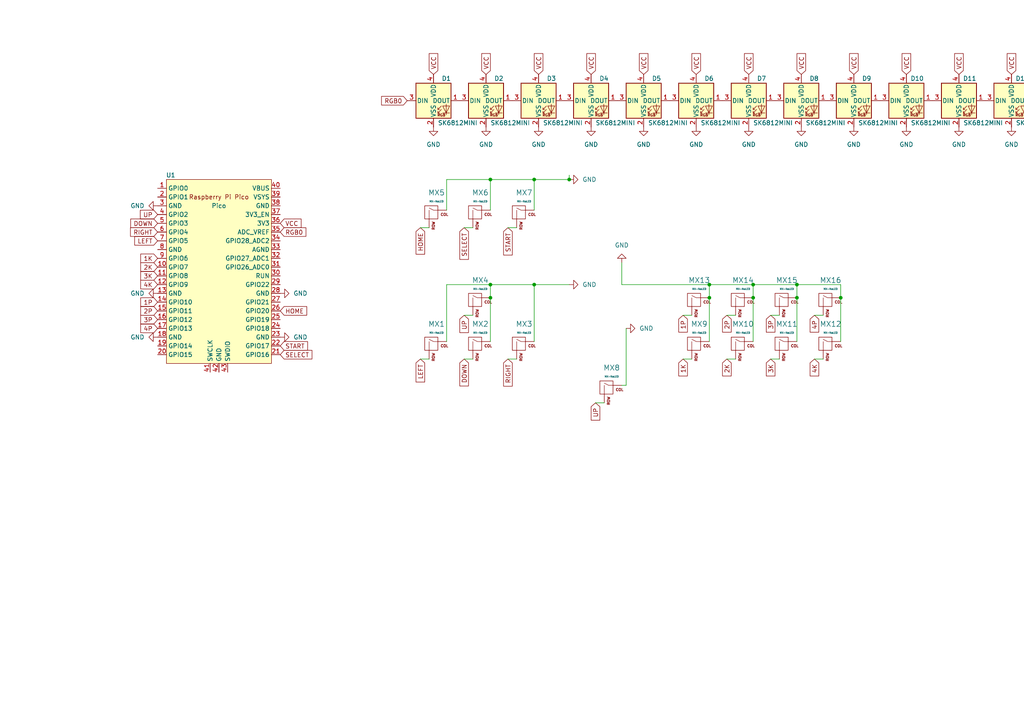
<source format=kicad_sch>
(kicad_sch (version 20230121) (generator eeschema)
  (paper "A4")
  (lib_symbols
    (symbol "LED:SK6812MINI" (pin_names (offset 0.254))
      (property "Reference" "D" (at 5.08 5.715 0))
      (property "Value" "SK6812MINI" (at 1.27 -5.715 0))
      (symbol "SK6812MINI_0_0"
        (text "RGB" (at 2.286 -4.191 0) (effects (font (size 0.762 0.762))))
      )
      (symbol "SK6812MINI_0_1"
        (polyline (pts (xy 1.27 -3.556) (xy 1.778 -3.556)))
        (polyline (pts (xy 1.27 -2.54) (xy 1.778 -2.54)))
        (polyline (pts (xy 4.699 -3.556) (xy 2.667 -3.556)))
        (polyline (pts (xy 2.286 -2.54) (xy 1.27 -3.556) (xy 1.27 -3.048)))
        (polyline (pts (xy 2.286 -1.524) (xy 1.27 -2.54) (xy 1.27 -2.032)))
        (polyline (pts (xy 3.683 -1.016) (xy 3.683 -3.556) (xy 3.683 -4.064)))
        (polyline (pts (xy 4.699 -1.524) (xy 2.667 -1.524) (xy 3.683 -3.556) (xy 4.699 -1.524)))
        (rectangle (start 5.08 5.08) (end -5.08 -5.08) (stroke (width 0.254)) (fill (type background)))
      )
      (symbol "SK6812MINI_1_1"
        (pin output line (at 7.62 0 180) (length 2.54) (name "DOUT") (number "1"))
        (pin power_in line (at 0 -7.62 90) (length 2.54) (name "VSS") (number "2"))
        (pin input line (at -7.62 0 0) (length 2.54) (name "DIN") (number "3"))
        (pin power_in line (at 0 7.62 270) (length 2.54) (name "VDD") (number "4"))
      )
    )
    (symbol "MCU_RaspberryPi_and_Boards:Pico"
      (property "Reference" "U" (at -13.97 27.94 0))
      (property "Value" "Pico" (at 0 19.05 0))
      (symbol "Pico_0_0"
        (text "Raspberry Pi Pico" (at 0 21.59 0) (effects (font (size 1.27 1.27))))
      )
      (symbol "Pico_0_1"
        (rectangle (start -15.24 26.67) (end 15.24 -26.67) (fill (type background)))
      )
      (symbol "Pico_1_1"
        (pin bidirectional line (at -17.78 24.13 0) (length 2.54) (name "GPIO0") (number "1"))
        (pin bidirectional line (at -17.78 1.27 0) (length 2.54) (name "GPIO7") (number "10"))
        (pin bidirectional line (at -17.78 -1.27 0) (length 2.54) (name "GPIO8") (number "11"))
        (pin bidirectional line (at -17.78 -3.81 0) (length 2.54) (name "GPIO9") (number "12"))
        (pin power_in line (at -17.78 -6.35 0) (length 2.54) (name "GND") (number "13"))
        (pin bidirectional line (at -17.78 -8.89 0) (length 2.54) (name "GPIO10") (number "14"))
        (pin bidirectional line (at -17.78 -11.43 0) (length 2.54) (name "GPIO11") (number "15"))
        (pin bidirectional line (at -17.78 -13.97 0) (length 2.54) (name "GPIO12") (number "16"))
        (pin bidirectional line (at -17.78 -16.51 0) (length 2.54) (name "GPIO13") (number "17"))
        (pin power_in line (at -17.78 -19.05 0) (length 2.54) (name "GND") (number "18"))
        (pin bidirectional line (at -17.78 -21.59 0) (length 2.54) (name "GPIO14") (number "19"))
        (pin bidirectional line (at -17.78 21.59 0) (length 2.54) (name "GPIO1") (number "2"))
        (pin bidirectional line (at -17.78 -24.13 0) (length 2.54) (name "GPIO15") (number "20"))
        (pin bidirectional line (at 17.78 -24.13 180) (length 2.54) (name "GPIO16") (number "21"))
        (pin bidirectional line (at 17.78 -21.59 180) (length 2.54) (name "GPIO17") (number "22"))
        (pin power_in line (at 17.78 -19.05 180) (length 2.54) (name "GND") (number "23"))
        (pin bidirectional line (at 17.78 -16.51 180) (length 2.54) (name "GPIO18") (number "24"))
        (pin bidirectional line (at 17.78 -13.97 180) (length 2.54) (name "GPIO19") (number "25"))
        (pin bidirectional line (at 17.78 -11.43 180) (length 2.54) (name "GPIO20") (number "26"))
        (pin bidirectional line (at 17.78 -8.89 180) (length 2.54) (name "GPIO21") (number "27"))
        (pin power_in line (at 17.78 -6.35 180) (length 2.54) (name "GND") (number "28"))
        (pin bidirectional line (at 17.78 -3.81 180) (length 2.54) (name "GPIO22") (number "29"))
        (pin power_in line (at -17.78 19.05 0) (length 2.54) (name "GND") (number "3"))
        (pin input line (at 17.78 -1.27 180) (length 2.54) (name "RUN") (number "30"))
        (pin bidirectional line (at 17.78 1.27 180) (length 2.54) (name "GPIO26_ADC0") (number "31"))
        (pin bidirectional line (at 17.78 3.81 180) (length 2.54) (name "GPIO27_ADC1") (number "32"))
        (pin power_in line (at 17.78 6.35 180) (length 2.54) (name "AGND") (number "33"))
        (pin bidirectional line (at 17.78 8.89 180) (length 2.54) (name "GPIO28_ADC2") (number "34"))
        (pin power_in line (at 17.78 11.43 180) (length 2.54) (name "ADC_VREF") (number "35"))
        (pin power_in line (at 17.78 13.97 180) (length 2.54) (name "3V3") (number "36"))
        (pin input line (at 17.78 16.51 180) (length 2.54) (name "3V3_EN") (number "37"))
        (pin bidirectional line (at 17.78 19.05 180) (length 2.54) (name "GND") (number "38"))
        (pin power_in line (at 17.78 21.59 180) (length 2.54) (name "VSYS") (number "39"))
        (pin bidirectional line (at -17.78 16.51 0) (length 2.54) (name "GPIO2") (number "4"))
        (pin power_in line (at 17.78 24.13 180) (length 2.54) (name "VBUS") (number "40"))
        (pin input line (at -2.54 -29.21 90) (length 2.54) (name "SWCLK") (number "41"))
        (pin power_in line (at 0 -29.21 90) (length 2.54) (name "GND") (number "42"))
        (pin bidirectional line (at 2.54 -29.21 90) (length 2.54) (name "SWDIO") (number "43"))
        (pin bidirectional line (at -17.78 13.97 0) (length 2.54) (name "GPIO3") (number "5"))
        (pin bidirectional line (at -17.78 11.43 0) (length 2.54) (name "GPIO4") (number "6"))
        (pin bidirectional line (at -17.78 8.89 0) (length 2.54) (name "GPIO5") (number "7"))
        (pin power_in line (at -17.78 6.35 0) (length 2.54) (name "GND") (number "8"))
        (pin bidirectional line (at -17.78 3.81 0) (length 2.54) (name "GPIO6") (number "9"))
      )
    )
    (symbol "MX_Alps_Hybrid:MX-NoLED" (pin_names (offset 1.016))
      (property "Reference" "MX" (at -0.635 3.81 0))
      (property "Value" "MX-NoLED" (at -0.635 1.27 0))
      (symbol "MX-NoLED_0_0"
        (rectangle (start -2.54 2.54) (end 1.27 -1.27))
        (polyline (pts (xy -1.27 -1.27) (xy -1.27 1.27)) (stroke (width 0.127)))
        (polyline (pts (xy 1.27 1.27) (xy 0 1.27) (xy -1.27 1.905)) (stroke (width 0.127)))
        (text "COL" (at 3.175 0 0) (effects (font (size 0.762 0.762))))
        (text "ROW" (at 0 -1.905 900) (effects (font (size 0.762 0.762)) (justify right)))
      )
      (symbol "MX-NoLED_1_1"
        (pin passive line (at 3.81 1.27 180) (length 2.54) (name "COL") (number "1"))
        (pin passive line (at -1.27 -3.81 90) (length 2.54) (name "ROW") (number "2"))
      )
    )
    (symbol "power:GND" (power) (pin_names (offset 0))
      (property "Value" "GND" (at 0 -3.81 0))
      (symbol "GND_0_1"
        (polyline (pts (xy 0 0) (xy 0 -1.27) (xy 1.27 -1.27) (xy 0 -2.54) (xy -1.27 -1.27) (xy 0 -1.27)))
      )
      (symbol "GND_1_1"
        (pin power_in line (at 0 0 270) (length 0) hide (name "GND") (number "1"))
      )
    )
  )
  (junction (at 154.94 52.07))
  (junction (at 231.14 82.55))
  (junction (at 205.74 86.36))
  (junction (at 205.74 82.55))
  (junction (at 231.14 86.36))
  (junction (at 218.44 82.55))
  (junction (at 218.44 86.36))
  (junction (at 165.1 52.07))
  (junction (at 142.24 82.55))
  (junction (at 142.24 52.07))
  (junction (at 243.84 86.36))
  (junction (at 142.24 86.36))
  (junction (at 154.94 82.55))
  (wire (pts (xy 142.24 82.55) (xy 154.94 82.55)))
  (wire (pts (xy 231.14 82.55) (xy 231.14 86.36)))
  (wire (pts (xy 210.82 91.44) (xy 213.36 91.44)))
  (wire (pts (xy 210.82 104.14) (xy 213.36 104.14)))
  (wire (pts (xy 180.34 76.2) (xy 180.34 82.55)))
  (wire (pts (xy 205.74 82.55) (xy 218.44 82.55)))
  (wire (pts (xy 218.44 86.36) (xy 218.44 99.06)))
  (wire (pts (xy 129.54 82.55) (xy 142.24 82.55)))
  (wire (pts (xy 218.44 82.55) (xy 218.44 86.36)))
  (wire (pts (xy 154.94 52.07) (xy 165.1 52.07)))
  (wire (pts (xy 129.54 52.07) (xy 142.24 52.07)))
  (wire (pts (xy 236.22 104.14) (xy 238.76 104.14)))
  (wire (pts (xy 142.24 82.55) (xy 142.24 86.36)))
  (wire (pts (xy 223.52 104.14) (xy 226.06 104.14)))
  (wire (pts (xy 147.32 66.04) (xy 149.86 66.04)))
  (wire (pts (xy 223.52 91.44) (xy 226.06 91.44)))
  (wire (pts (xy 180.34 111.76) (xy 181.61 111.76)))
  (wire (pts (xy 165.1 52.07) (xy 165.1 50.8)))
  (wire (pts (xy 129.54 82.55) (xy 129.54 99.06)))
  (wire (pts (xy 180.34 82.55) (xy 205.74 82.55)))
  (wire (pts (xy 205.74 86.36) (xy 205.74 99.06)))
  (wire (pts (xy 134.62 104.14) (xy 137.16 104.14)))
  (wire (pts (xy 134.62 91.44) (xy 137.16 91.44)))
  (wire (pts (xy 154.94 52.07) (xy 154.94 60.96)))
  (wire (pts (xy 142.24 60.96) (xy 142.24 52.07)))
  (wire (pts (xy 231.14 86.36) (xy 231.14 99.06)))
  (wire (pts (xy 154.94 82.55) (xy 165.1 82.55)))
  (wire (pts (xy 236.22 91.44) (xy 238.76 91.44)))
  (wire (pts (xy 121.92 104.14) (xy 124.46 104.14)))
  (wire (pts (xy 231.14 82.55) (xy 243.84 82.55)))
  (wire (pts (xy 154.94 82.55) (xy 154.94 99.06)))
  (wire (pts (xy 129.54 60.96) (xy 129.54 52.07)))
  (wire (pts (xy 198.12 104.14) (xy 200.66 104.14)))
  (wire (pts (xy 198.12 91.44) (xy 200.66 91.44)))
  (wire (pts (xy 142.24 52.07) (xy 154.94 52.07)))
  (wire (pts (xy 172.72 116.84) (xy 175.26 116.84)))
  (wire (pts (xy 218.44 82.55) (xy 231.14 82.55)))
  (wire (pts (xy 181.61 95.25) (xy 181.61 111.76)))
  (wire (pts (xy 142.24 86.36) (xy 142.24 99.06)))
  (wire (pts (xy 147.32 104.14) (xy 149.86 104.14)))
  (wire (pts (xy 243.84 86.36) (xy 243.84 99.06)))
  (wire (pts (xy 205.74 82.55) (xy 205.74 86.36)))
  (wire (pts (xy 243.84 82.55) (xy 243.84 86.36)))
  (wire (pts (xy 121.92 66.04) (xy 124.46 66.04)))
  (wire (pts (xy 134.62 66.04) (xy 137.16 66.04)))
  (global_label "DOWN" (shape input) (at 134.62 104.14 270) (property "Intersheetrefs" "${INTERSHEET_REFS}" (effects hide)))
  (global_label "RIGHT" (shape input) (at 147.32 104.14 270) (property "Intersheetrefs" "${INTERSHEET_REFS}" (effects hide)))
  (global_label "RGB0" (shape input) (at 118.11 29.21 180) (property "Intersheetrefs" "${INTERSHEET_REFS}" (effects hide)))
  (global_label "3P" (shape input) (at 45.72 92.71 180) (property "Intersheetrefs" "${INTERSHEET_REFS}" (effects hide)))
  (global_label "VCC" (shape input) (at 201.93 21.59 90) (property "Intersheetrefs" "${INTERSHEET_REFS}" (effects hide)))
  (global_label "START" (shape input) (at 81.28 100.33 0) (property "Intersheetrefs" "${INTERSHEET_REFS}" (effects hide)))
  (global_label "DOWN" (shape input) (at 45.72 64.77 180) (property "Intersheetrefs" "${INTERSHEET_REFS}" (effects hide)))
  (global_label "2K" (shape input) (at 45.72 77.47 180) (property "Intersheetrefs" "${INTERSHEET_REFS}" (effects hide)))
  (global_label "VCC" (shape input) (at 308.61 21.59 90) (property "Intersheetrefs" "${INTERSHEET_REFS}" (effects hide)))
  (global_label "2P" (shape input) (at 210.82 91.44 270) (property "Intersheetrefs" "${INTERSHEET_REFS}" (effects hide)))
  (global_label "VCC" (shape input) (at 262.89 21.59 90) (property "Intersheetrefs" "${INTERSHEET_REFS}" (effects hide)))
  (global_label "RGB0" (shape input) (at 81.28 67.31 0) (property "Intersheetrefs" "${INTERSHEET_REFS}" (effects hide)))
  (global_label "LEFT" (shape input) (at 45.72 69.85 180) (property "Intersheetrefs" "${INTERSHEET_REFS}" (effects hide)))
  (global_label "START" (shape input) (at 147.32 66.04 270) (property "Intersheetrefs" "${INTERSHEET_REFS}" (effects hide)))
  (global_label "HOME" (shape input) (at 81.28 90.17 0) (property "Intersheetrefs" "${INTERSHEET_REFS}" (effects hide)))
  (global_label "3K" (shape input) (at 45.72 80.01 180) (property "Intersheetrefs" "${INTERSHEET_REFS}" (effects hide)))
  (global_label "VCC" (shape input) (at 339.09 21.59 90) (property "Intersheetrefs" "${INTERSHEET_REFS}" (effects hide)))
  (global_label "VCC" (shape input) (at 293.37 21.59 90) (property "Intersheetrefs" "${INTERSHEET_REFS}" (effects hide)))
  (global_label "1K" (shape input) (at 45.72 74.93 180) (property "Intersheetrefs" "${INTERSHEET_REFS}" (effects hide)))
  (global_label "SELECT" (shape input) (at 134.62 66.04 270) (property "Intersheetrefs" "${INTERSHEET_REFS}" (effects hide)))
  (global_label "1K" (shape input) (at 198.12 104.14 270) (property "Intersheetrefs" "${INTERSHEET_REFS}" (effects hide)))
  (global_label "VCC" (shape input) (at 140.97 21.59 90) (property "Intersheetrefs" "${INTERSHEET_REFS}" (effects hide)))
  (global_label "1P" (shape input) (at 45.72 87.63 180) (property "Intersheetrefs" "${INTERSHEET_REFS}" (effects hide)))
  (global_label "3P" (shape input) (at 223.52 91.44 270) (property "Intersheetrefs" "${INTERSHEET_REFS}" (effects hide)))
  (global_label "VCC" (shape input) (at 156.21 21.59 90) (property "Intersheetrefs" "${INTERSHEET_REFS}" (effects hide)))
  (global_label "4K" (shape input) (at 236.22 104.14 270) (property "Intersheetrefs" "${INTERSHEET_REFS}" (effects hide)))
  (global_label "4P" (shape input) (at 45.72 95.25 180) (property "Intersheetrefs" "${INTERSHEET_REFS}" (effects hide)))
  (global_label "4P" (shape input) (at 236.22 91.44 270) (property "Intersheetrefs" "${INTERSHEET_REFS}" (effects hide)))
  (global_label "VCC" (shape input) (at 125.73 21.59 90) (property "Intersheetrefs" "${INTERSHEET_REFS}" (effects hide)))
  (global_label "UP" (shape input) (at 172.72 116.84 270) (property "Intersheetrefs" "${INTERSHEET_REFS}" (effects hide)))
  (global_label "VCC" (shape input) (at 217.17 21.59 90) (property "Intersheetrefs" "${INTERSHEET_REFS}" (effects hide)))
  (global_label "HOME" (shape input) (at 121.92 66.04 270) (property "Intersheetrefs" "${INTERSHEET_REFS}" (effects hide)))
  (global_label "VCC" (shape input) (at 323.85 21.59 90) (property "Intersheetrefs" "${INTERSHEET_REFS}" (effects hide)))
  (global_label "RIGHT" (shape input) (at 45.72 67.31 180) (property "Intersheetrefs" "${INTERSHEET_REFS}" (effects hide)))
  (global_label "2K" (shape input) (at 210.82 104.14 270) (property "Intersheetrefs" "${INTERSHEET_REFS}" (effects hide)))
  (global_label "LEFT" (shape input) (at 121.92 104.14 270) (property "Intersheetrefs" "${INTERSHEET_REFS}" (effects hide)))
  (global_label "3K" (shape input) (at 223.52 104.14 270) (property "Intersheetrefs" "${INTERSHEET_REFS}" (effects hide)))
  (global_label "4K" (shape input) (at 45.72 82.55 180) (property "Intersheetrefs" "${INTERSHEET_REFS}" (effects hide)))
  (global_label "UP" (shape input) (at 134.62 91.44 270) (property "Intersheetrefs" "${INTERSHEET_REFS}" (effects hide)))
  (global_label "VCC" (shape input) (at 81.28 64.77 0) (property "Intersheetrefs" "${INTERSHEET_REFS}" (effects hide)))
  (global_label "VCC" (shape input) (at 171.45 21.59 90) (property "Intersheetrefs" "${INTERSHEET_REFS}" (effects hide)))
  (global_label "VCC" (shape input) (at 186.69 21.59 90) (property "Intersheetrefs" "${INTERSHEET_REFS}" (effects hide)))
  (global_label "UP" (shape input) (at 45.72 62.23 180) (property "Intersheetrefs" "${INTERSHEET_REFS}" (effects hide)))
  (global_label "VCC" (shape input) (at 278.13 21.59 90) (property "Intersheetrefs" "${INTERSHEET_REFS}" (effects hide)))
  (global_label "2P" (shape input) (at 45.72 90.17 180) (property "Intersheetrefs" "${INTERSHEET_REFS}" (effects hide)))
  (global_label "1P" (shape input) (at 198.12 91.44 270) (property "Intersheetrefs" "${INTERSHEET_REFS}" (effects hide)))
  (global_label "VCC" (shape input) (at 354.33 21.59 90) (property "Intersheetrefs" "${INTERSHEET_REFS}" (effects hide)))
  (global_label "VCC" (shape input) (at 247.65 21.59 90) (property "Intersheetrefs" "${INTERSHEET_REFS}" (effects hide)))
  (global_label "SELECT" (shape input) (at 81.28 102.87 0) (property "Intersheetrefs" "${INTERSHEET_REFS}" (effects hide)))
  (global_label "VCC" (shape input) (at 232.41 21.59 90) (property "Intersheetrefs" "${INTERSHEET_REFS}" (effects hide)))
  (symbol (lib_id "MX_Alps_Hybrid:MX-NoLED") (at 125.73 62.23 0) (unit 1)
    (property "Reference" "MX5" (at 126.6132 55.88 0) (effects (font (size 1.524 1.524))))
    (property "Value" "MX-NoLED" (at 126.6132 58.42 0) (effects (font (size 0.508 0.508))))
    (property "Footprint" "PCM_Switch_Keyboard_Hotswap_Kailh:SW_Hotswap_Kailh_MX_Plated_1.00u" (effects hide))
  )
  (symbol (lib_id "power:GND") (at 81.28 85.09 90) (unit 1)
    (property "Reference" "#PWR08" (effects hide))
    (property "Value" "GND" (at 85.09 85.09 90) (effects (justify right)))
  )
  (symbol (lib_id "power:GND") (at 45.72 85.09 270) (unit 1)
    (property "Reference" "#PWR06" (effects hide))
    (property "Value" "GND" (at 41.91 85.09 90) (effects (justify right)))
  )
  (symbol (lib_id "MX_Alps_Hybrid:MX-NoLED") (at 214.63 100.33 0) (unit 1)
    (property "Reference" "MX10" (at 215.5132 93.98 0) (effects (font (size 1.524 1.524))))
    (property "Value" "MX-NoLED" (at 215.5132 96.52 0) (effects (font (size 0.508 0.508))))
    (property "Footprint" "PCM_Switch_Keyboard_Hotswap_Kailh:SW_Hotswap_Kailh_MX_Plated_1.00u" (effects hide))
  )
  (symbol (lib_id "power:GND") (at 247.65 36.83 0) (unit 1)
    (property "Reference" "#PWR018" (effects hide))
    (property "Value" "GND" (at 247.65 41.91 0))
  )
  (symbol (lib_id "LED:SK6812MINI") (at 125.73 29.21 0) (unit 1)
    (property "Reference" "D1" (at 130.81 23.495 0) (effects (justify right bottom)))
    (property "Value" "SK6812MINI" (at 127 34.925 0) (effects (justify left top)))
    (property "Footprint" "kicad-footprints:YS-SK6812MINI-E" (effects hide))
    (property "Datasheet" "https://cdn-shop.adafruit.com/product-files/2686/SK6812MINI_REV.01-1-2.pdf" (effects hide))
  )
  (symbol (lib_id "MX_Alps_Hybrid:MX-NoLED") (at 240.03 87.63 0) (unit 1)
    (property "Reference" "MX16" (at 240.9132 81.28 0) (effects (font (size 1.524 1.524))))
    (property "Value" "MX-NoLED" (at 240.9132 83.82 0) (effects (font (size 0.508 0.508))))
    (property "Footprint" "PCM_Switch_Keyboard_Hotswap_Kailh:SW_Hotswap_Kailh_MX_Plated_1.00u" (effects hide))
  )
  (symbol (lib_id "power:GND") (at 339.09 36.83 0) (unit 1)
    (property "Reference" "#PWR024" (effects hide))
    (property "Value" "GND" (at 339.09 41.91 0))
  )
  (symbol (lib_id "LED:SK6812MINI") (at 156.21 29.21 0) (unit 1)
    (property "Reference" "D3" (at 161.29 23.495 0) (effects (justify right bottom)))
    (property "Value" "SK6812MINI" (at 157.48 34.925 0) (effects (justify left top)))
    (property "Footprint" "kicad-footprints:YS-SK6812MINI-E" (effects hide))
    (property "Datasheet" "https://cdn-shop.adafruit.com/product-files/2686/SK6812MINI_REV.01-1-2.pdf" (effects hide))
  )
  (symbol (lib_id "power:GND") (at 201.93 36.83 0) (unit 1)
    (property "Reference" "#PWR015" (effects hide))
    (property "Value" "GND" (at 201.93 41.91 0))
  )
  (symbol (lib_id "LED:SK6812MINI") (at 308.61 29.21 0) (unit 1)
    (property "Reference" "D13" (at 313.69 23.495 0) (effects (justify right bottom)))
    (property "Value" "SK6812MINI" (at 309.88 34.925 0) (effects (justify left top)))
    (property "Footprint" "kicad-footprints:YS-SK6812MINI-E" (effects hide))
    (property "Datasheet" "https://cdn-shop.adafruit.com/product-files/2686/SK6812MINI_REV.01-1-2.pdf" (effects hide))
  )
  (symbol (lib_id "power:GND") (at 232.41 36.83 0) (unit 1)
    (property "Reference" "#PWR017" (effects hide))
    (property "Value" "GND" (at 232.41 41.91 0))
  )
  (symbol (lib_id "power:GND") (at 171.45 36.83 0) (unit 1)
    (property "Reference" "#PWR013" (effects hide))
    (property "Value" "GND" (at 171.45 41.91 0))
  )
  (symbol (lib_id "LED:SK6812MINI") (at 247.65 29.21 0) (unit 1)
    (property "Reference" "D9" (at 252.73 23.495 0) (effects (justify right bottom)))
    (property "Value" "SK6812MINI" (at 248.92 34.925 0) (effects (justify left top)))
    (property "Footprint" "kicad-footprints:YS-SK6812MINI-E" (effects hide))
    (property "Datasheet" "https://cdn-shop.adafruit.com/product-files/2686/SK6812MINI_REV.01-1-2.pdf" (effects hide))
  )
  (symbol (lib_id "MX_Alps_Hybrid:MX-NoLED") (at 240.03 100.33 0) (unit 1)
    (property "Reference" "MX12" (at 240.9132 93.98 0) (effects (font (size 1.524 1.524))))
    (property "Value" "MX-NoLED" (at 240.9132 96.52 0) (effects (font (size 0.508 0.508))))
    (property "Footprint" "PCM_Switch_Keyboard_Hotswap_Kailh:SW_Hotswap_Kailh_MX_Plated_1.00u" (effects hide))
  )
  (symbol (lib_id "power:GND") (at 323.85 36.83 0) (unit 1)
    (property "Reference" "#PWR023" (effects hide))
    (property "Value" "GND" (at 323.85 41.91 0))
  )
  (symbol (lib_id "LED:SK6812MINI") (at 339.09 29.21 0) (unit 1)
    (property "Reference" "D15" (at 344.17 23.495 0) (effects (justify right bottom)))
    (property "Value" "SK6812MINI" (at 340.36 34.925 0) (effects (justify left top)))
    (property "Footprint" "kicad-footprints:YS-SK6812MINI-E" (effects hide))
    (property "Datasheet" "https://cdn-shop.adafruit.com/product-files/2686/SK6812MINI_REV.01-1-2.pdf" (effects hide))
  )
  (symbol (lib_id "MCU_RaspberryPi_and_Boards:Pico") (at 63.5 78.74 0) (unit 1)
    (property "Reference" "U1" (at 49.53 50.8 0))
    (property "Value" "Pico" (at 63.5 59.69 0))
    (property "Footprint" "RPi_Pico:RPi_Pico_SMD_TH" (effects hide))
  )
  (symbol (lib_id "LED:SK6812MINI") (at 262.89 29.21 0) (unit 1)
    (property "Reference" "D10" (at 267.97 23.495 0) (effects (justify right bottom)))
    (property "Value" "SK6812MINI" (at 264.16 34.925 0) (effects (justify left top)))
    (property "Footprint" "kicad-footprints:YS-SK6812MINI-E" (effects hide))
    (property "Datasheet" "https://cdn-shop.adafruit.com/product-files/2686/SK6812MINI_REV.01-1-2.pdf" (effects hide))
  )
  (symbol (lib_id "LED:SK6812MINI") (at 293.37 29.21 0) (unit 1)
    (property "Reference" "D12" (at 298.45 23.495 0) (effects (justify right bottom)))
    (property "Value" "SK6812MINI" (at 294.64 34.925 0) (effects (justify left top)))
    (property "Footprint" "kicad-footprints:YS-SK6812MINI-E" (effects hide))
    (property "Datasheet" "https://cdn-shop.adafruit.com/product-files/2686/SK6812MINI_REV.01-1-2.pdf" (effects hide))
  )
  (symbol (lib_id "power:GND") (at 45.72 97.79 270) (unit 1)
    (property "Reference" "#PWR07" (effects hide))
    (property "Value" "GND" (at 41.91 97.79 90) (effects (justify right)))
  )
  (symbol (lib_id "power:GND") (at 156.21 36.83 0) (unit 1)
    (property "Reference" "#PWR012" (effects hide))
    (property "Value" "GND" (at 156.21 41.91 0))
  )
  (symbol (lib_id "LED:SK6812MINI") (at 217.17 29.21 0) (unit 1)
    (property "Reference" "D7" (at 222.25 23.495 0) (effects (justify right bottom)))
    (property "Value" "SK6812MINI" (at 218.44 34.925 0) (effects (justify left top)))
    (property "Footprint" "kicad-footprints:YS-SK6812MINI-E" (effects hide))
    (property "Datasheet" "https://cdn-shop.adafruit.com/product-files/2686/SK6812MINI_REV.01-1-2.pdf" (effects hide))
  )
  (symbol (lib_id "power:GND") (at 165.1 52.07 90) (unit 1)
    (property "Reference" "#PWR04" (effects hide))
    (property "Value" "GND" (at 168.91 52.07 90) (effects (justify right)))
  )
  (symbol (lib_id "power:GND") (at 181.61 95.25 90) (unit 1)
    (property "Reference" "#PWR03" (effects hide))
    (property "Value" "GND" (at 185.42 95.25 90) (effects (justify right)))
  )
  (symbol (lib_id "power:GND") (at 278.13 36.83 0) (unit 1)
    (property "Reference" "#PWR020" (effects hide))
    (property "Value" "GND" (at 278.13 41.91 0))
  )
  (symbol (lib_id "MX_Alps_Hybrid:MX-NoLED") (at 151.13 62.23 0) (unit 1)
    (property "Reference" "MX7" (at 152.0132 55.88 0) (effects (font (size 1.524 1.524))))
    (property "Value" "MX-NoLED" (at 152.0132 58.42 0) (effects (font (size 0.508 0.508))))
    (property "Footprint" "PCM_Switch_Keyboard_Hotswap_Kailh:SW_Hotswap_Kailh_MX_Plated_1.00u" (effects hide))
  )
  (symbol (lib_id "power:GND") (at 186.69 36.83 0) (unit 1)
    (property "Reference" "#PWR014" (effects hide))
    (property "Value" "GND" (at 186.69 41.91 0))
  )
  (symbol (lib_id "power:GND") (at 293.37 36.83 0) (unit 1)
    (property "Reference" "#PWR021" (effects hide))
    (property "Value" "GND" (at 293.37 41.91 0))
  )
  (symbol (lib_id "LED:SK6812MINI") (at 186.69 29.21 0) (unit 1)
    (property "Reference" "D5" (at 191.77 23.495 0) (effects (justify right bottom)))
    (property "Value" "SK6812MINI" (at 187.96 34.925 0) (effects (justify left top)))
    (property "Footprint" "kicad-footprints:YS-SK6812MINI-E" (effects hide))
    (property "Datasheet" "https://cdn-shop.adafruit.com/product-files/2686/SK6812MINI_REV.01-1-2.pdf" (effects hide))
  )
  (symbol (lib_id "LED:SK6812MINI") (at 140.97 29.21 0) (unit 1)
    (property "Reference" "D2" (at 146.05 23.495 0) (effects (justify right bottom)))
    (property "Value" "SK6812MINI" (at 142.24 34.925 0) (effects (justify left top)))
    (property "Footprint" "kicad-footprints:YS-SK6812MINI-E" (effects hide))
    (property "Datasheet" "https://cdn-shop.adafruit.com/product-files/2686/SK6812MINI_REV.01-1-2.pdf" (effects hide))
  )
  (symbol (lib_id "LED:SK6812MINI") (at 278.13 29.21 0) (unit 1)
    (property "Reference" "D11" (at 283.21 23.495 0) (effects (justify right bottom)))
    (property "Value" "SK6812MINI" (at 279.4 34.925 0) (effects (justify left top)))
    (property "Footprint" "kicad-footprints:YS-SK6812MINI-E" (effects hide))
    (property "Datasheet" "https://cdn-shop.adafruit.com/product-files/2686/SK6812MINI_REV.01-1-2.pdf" (effects hide))
  )
  (symbol (lib_id "LED:SK6812MINI") (at 323.85 29.21 0) (unit 1)
    (property "Reference" "D14" (at 328.93 23.495 0) (effects (justify right bottom)))
    (property "Value" "SK6812MINI" (at 325.12 34.925 0) (effects (justify left top)))
    (property "Footprint" "kicad-footprints:YS-SK6812MINI-E" (effects hide))
    (property "Datasheet" "https://cdn-shop.adafruit.com/product-files/2686/SK6812MINI_REV.01-1-2.pdf" (effects hide))
  )
  (symbol (lib_id "power:GND") (at 180.34 76.2 180) (unit 1)
    (property "Reference" "#PWR01" (effects hide))
    (property "Value" "GND" (at 180.34 71.12 0))
  )
  (symbol (lib_id "MX_Alps_Hybrid:MX-NoLED") (at 201.93 100.33 0) (unit 1)
    (property "Reference" "MX9" (at 202.8132 93.98 0) (effects (font (size 1.524 1.524))))
    (property "Value" "MX-NoLED" (at 202.8132 96.52 0) (effects (font (size 0.508 0.508))))
    (property "Footprint" "PCM_Switch_Keyboard_Hotswap_Kailh:SW_Hotswap_Kailh_MX_Plated_1.00u" (effects hide))
  )
  (symbol (lib_id "power:GND") (at 354.33 36.83 0) (unit 1)
    (property "Reference" "#PWR025" (effects hide))
    (property "Value" "GND" (at 354.33 41.91 0))
  )
  (symbol (lib_id "MX_Alps_Hybrid:MX-NoLED") (at 125.73 100.33 0) (unit 1)
    (property "Reference" "MX1" (at 126.6132 93.98 0) (effects (font (size 1.524 1.524))))
    (property "Value" "MX-NoLED" (at 126.6132 96.52 0) (effects (font (size 0.508 0.508))))
    (property "Footprint" "PCM_Switch_Keyboard_Hotswap_Kailh:SW_Hotswap_Kailh_MX_Plated_1.00u" (effects hide))
  )
  (symbol (lib_id "MX_Alps_Hybrid:MX-NoLED") (at 138.43 100.33 0) (unit 1)
    (property "Reference" "MX2" (at 139.3132 93.98 0) (effects (font (size 1.524 1.524))))
    (property "Value" "MX-NoLED" (at 139.3132 96.52 0) (effects (font (size 0.508 0.508))))
    (property "Footprint" "PCM_Switch_Keyboard_Hotswap_Kailh:SW_Hotswap_Kailh_MX_Plated_1.00u" (effects hide))
  )
  (symbol (lib_id "MX_Alps_Hybrid:MX-NoLED") (at 138.43 87.63 0) (unit 1)
    (property "Reference" "MX4" (at 139.3132 81.28 0) (effects (font (size 1.524 1.524))))
    (property "Value" "MX-NoLED" (at 139.3132 83.82 0) (effects (font (size 0.508 0.508))))
    (property "Footprint" "PCM_Switch_Keyboard_Hotswap_Kailh:SW_Hotswap_Kailh_MX_Plated_1.00u" (effects hide))
  )
  (symbol (lib_id "MX_Alps_Hybrid:MX-NoLED") (at 201.93 87.63 0) (unit 1)
    (property "Reference" "MX13" (at 202.8132 81.28 0) (effects (font (size 1.524 1.524))))
    (property "Value" "MX-NoLED" (at 202.8132 83.82 0) (effects (font (size 0.508 0.508))))
    (property "Footprint" "PCM_Switch_Keyboard_Hotswap_Kailh:SW_Hotswap_Kailh_MX_Plated_1.00u" (effects hide))
  )
  (symbol (lib_id "LED:SK6812MINI") (at 354.33 29.21 0) (unit 1)
    (property "Reference" "D16" (at 359.41 23.495 0) (effects (justify right bottom)))
    (property "Value" "SK6812MINI" (at 355.6 34.925 0) (effects (justify left top)))
    (property "Footprint" "kicad-footprints:YS-SK6812MINI-E" (effects hide))
    (property "Datasheet" "https://cdn-shop.adafruit.com/product-files/2686/SK6812MINI_REV.01-1-2.pdf" (effects hide))
  )
  (symbol (lib_id "power:GND") (at 165.1 82.55 90) (unit 1)
    (property "Reference" "#PWR05" (effects hide))
    (property "Value" "GND" (at 168.91 82.55 90) (effects (justify right)))
  )
  (symbol (lib_id "MX_Alps_Hybrid:MX-NoLED") (at 227.33 87.63 0) (unit 1)
    (property "Reference" "MX15" (at 228.2132 81.28 0) (effects (font (size 1.524 1.524))))
    (property "Value" "MX-NoLED" (at 228.2132 83.82 0) (effects (font (size 0.508 0.508))))
    (property "Footprint" "PCM_Switch_Keyboard_Hotswap_Kailh:SW_Hotswap_Kailh_MX_Plated_1.00u" (effects hide))
  )
  (symbol (lib_id "MX_Alps_Hybrid:MX-NoLED") (at 214.63 87.63 0) (unit 1)
    (property "Reference" "MX14" (at 215.5132 81.28 0) (effects (font (size 1.524 1.524))))
    (property "Value" "MX-NoLED" (at 215.5132 83.82 0) (effects (font (size 0.508 0.508))))
    (property "Footprint" "PCM_Switch_Keyboard_Hotswap_Kailh:SW_Hotswap_Kailh_MX_Plated_1.00u" (effects hide))
  )
  (symbol (lib_id "power:GND") (at 125.73 36.83 0) (unit 1)
    (property "Reference" "#PWR010" (effects hide))
    (property "Value" "GND" (at 125.73 41.91 0))
  )
  (symbol (lib_id "MX_Alps_Hybrid:MX-NoLED") (at 227.33 100.33 0) (unit 1)
    (property "Reference" "MX11" (at 228.2132 93.98 0) (effects (font (size 1.524 1.524))))
    (property "Value" "MX-NoLED" (at 228.2132 96.52 0) (effects (font (size 0.508 0.508))))
    (property "Footprint" "PCM_Switch_Keyboard_Hotswap_Kailh:SW_Hotswap_Kailh_MX_Plated_1.00u" (effects hide))
  )
  (symbol (lib_id "LED:SK6812MINI") (at 232.41 29.21 0) (unit 1)
    (property "Reference" "D8" (at 237.49 23.495 0) (effects (justify right bottom)))
    (property "Value" "SK6812MINI" (at 233.68 34.925 0) (effects (justify left top)))
    (property "Footprint" "kicad-footprints:YS-SK6812MINI-E" (effects hide))
    (property "Datasheet" "https://cdn-shop.adafruit.com/product-files/2686/SK6812MINI_REV.01-1-2.pdf" (effects hide))
  )
  (symbol (lib_id "power:GND") (at 217.17 36.83 0) (unit 1)
    (property "Reference" "#PWR016" (effects hide))
    (property "Value" "GND" (at 217.17 41.91 0))
  )
  (symbol (lib_id "MX_Alps_Hybrid:MX-NoLED") (at 138.43 62.23 0) (unit 1)
    (property "Reference" "MX6" (at 139.3132 55.88 0) (effects (font (size 1.524 1.524))))
    (property "Value" "MX-NoLED" (at 139.3132 58.42 0) (effects (font (size 0.508 0.508))))
    (property "Footprint" "PCM_Switch_Keyboard_Hotswap_Kailh:SW_Hotswap_Kailh_MX_Plated_1.00u" (effects hide))
  )
  (symbol (lib_id "LED:SK6812MINI") (at 171.45 29.21 0) (unit 1)
    (property "Reference" "D4" (at 176.53 23.495 0) (effects (justify right bottom)))
    (property "Value" "SK6812MINI" (at 172.72 34.925 0) (effects (justify left top)))
    (property "Footprint" "kicad-footprints:YS-SK6812MINI-E" (effects hide))
    (property "Datasheet" "https://cdn-shop.adafruit.com/product-files/2686/SK6812MINI_REV.01-1-2.pdf" (effects hide))
  )
  (symbol (lib_id "power:GND") (at 81.28 97.79 90) (unit 1)
    (property "Reference" "#PWR09" (effects hide))
    (property "Value" "GND" (at 85.09 97.79 90) (effects (justify right)))
  )
  (symbol (lib_id "power:GND") (at 45.72 59.69 270) (unit 1)
    (property "Reference" "#PWR02" (effects hide))
    (property "Value" "GND" (at 41.91 59.69 90) (effects (justify right)))
  )
  (symbol (lib_id "MX_Alps_Hybrid:MX-NoLED") (at 151.13 100.33 0) (unit 1)
    (property "Reference" "MX3" (at 152.0132 93.98 0) (effects (font (size 1.524 1.524))))
    (property "Value" "MX-NoLED" (at 152.0132 96.52 0) (effects (font (size 0.508 0.508))))
    (property "Footprint" "PCM_Switch_Keyboard_Hotswap_Kailh:SW_Hotswap_Kailh_MX_Plated_1.00u" (effects hide))
  )
  (symbol (lib_id "power:GND") (at 308.61 36.83 0) (unit 1)
    (property "Reference" "#PWR022" (effects hide))
    (property "Value" "GND" (at 308.61 41.91 0))
  )
  (symbol (lib_id "LED:SK6812MINI") (at 201.93 29.21 0) (unit 1)
    (property "Reference" "D6" (at 207.01 23.495 0) (effects (justify right bottom)))
    (property "Value" "SK6812MINI" (at 203.2 34.925 0) (effects (justify left top)))
    (property "Footprint" "kicad-footprints:YS-SK6812MINI-E" (effects hide))
    (property "Datasheet" "https://cdn-shop.adafruit.com/product-files/2686/SK6812MINI_REV.01-1-2.pdf" (effects hide))
  )
  (symbol (lib_id "power:GND") (at 140.97 36.83 0) (unit 1)
    (property "Reference" "#PWR011" (effects hide))
    (property "Value" "GND" (at 140.97 41.91 0))
  )
  (symbol (lib_id "MX_Alps_Hybrid:MX-NoLED") (at 176.53 113.03 0) (unit 1)
    (property "Reference" "MX8" (at 177.4132 106.68 0) (effects (font (size 1.524 1.524))))
    (property "Value" "MX-NoLED" (at 177.4132 109.22 0) (effects (font (size 0.508 0.508))))
    (property "Footprint" "PCM_Switch_Keyboard_Hotswap_Kailh:SW_Hotswap_Kailh_MX_Plated_2.00u" (effects hide))
  )
  (symbol (lib_id "power:GND") (at 262.89 36.83 0) (unit 1)
    (property "Reference" "#PWR019" (effects hide))
    (property "Value" "GND" (at 262.89 41.91 0))
  )
)
</source>
